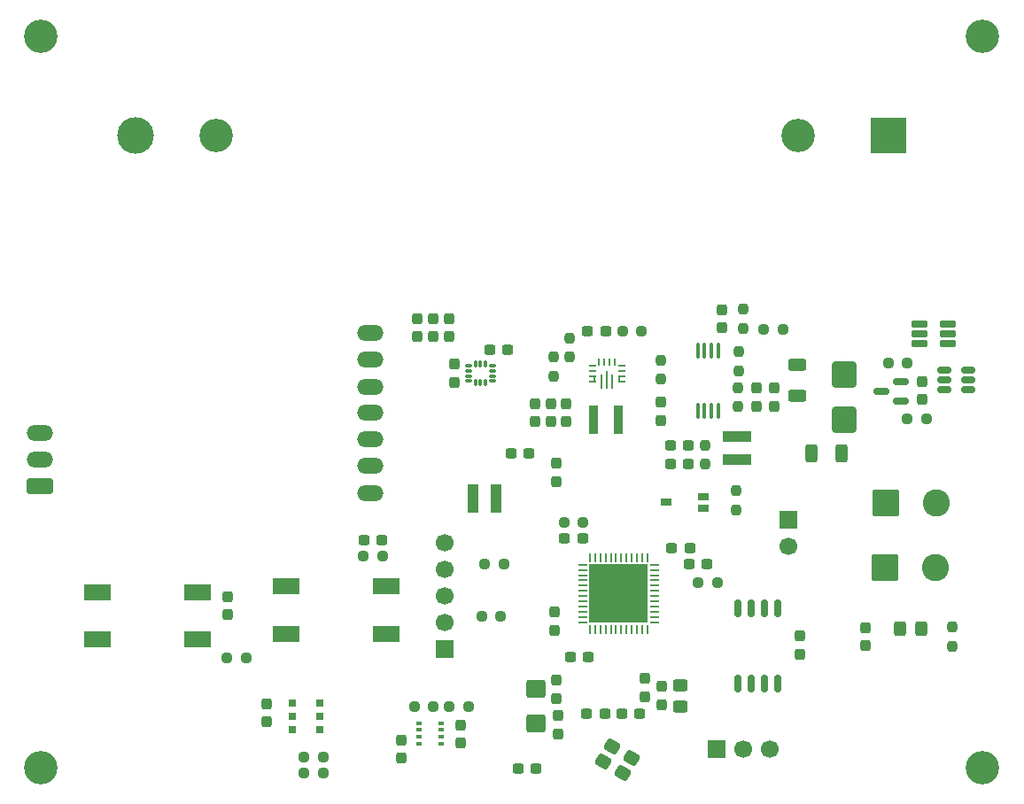
<source format=gbr>
%TF.GenerationSoftware,KiCad,Pcbnew,9.0.2*%
%TF.CreationDate,2025-09-25T15:04:07+05:00*%
%TF.ProjectId,Diplom,4469706c-6f6d-42e6-9b69-6361645f7063,rev?*%
%TF.SameCoordinates,Original*%
%TF.FileFunction,Soldermask,Top*%
%TF.FilePolarity,Negative*%
%FSLAX46Y46*%
G04 Gerber Fmt 4.6, Leading zero omitted, Abs format (unit mm)*
G04 Created by KiCad (PCBNEW 9.0.2) date 2025-09-25 15:04:07*
%MOMM*%
%LPD*%
G01*
G04 APERTURE LIST*
G04 Aperture macros list*
%AMRoundRect*
0 Rectangle with rounded corners*
0 $1 Rounding radius*
0 $2 $3 $4 $5 $6 $7 $8 $9 X,Y pos of 4 corners*
0 Add a 4 corners polygon primitive as box body*
4,1,4,$2,$3,$4,$5,$6,$7,$8,$9,$2,$3,0*
0 Add four circle primitives for the rounded corners*
1,1,$1+$1,$2,$3*
1,1,$1+$1,$4,$5*
1,1,$1+$1,$6,$7*
1,1,$1+$1,$8,$9*
0 Add four rect primitives between the rounded corners*
20,1,$1+$1,$2,$3,$4,$5,0*
20,1,$1+$1,$4,$5,$6,$7,0*
20,1,$1+$1,$6,$7,$8,$9,0*
20,1,$1+$1,$8,$9,$2,$3,0*%
%AMOutline5P*
0 Free polygon, 5 corners , with rotation*
0 The origin of the aperture is its center*
0 number of corners: always 5*
0 $1 to $10 corner X, Y*
0 $11 Rotation angle, in degrees counterclockwise*
0 create outline with 5 corners*
4,1,5,$1,$2,$3,$4,$5,$6,$7,$8,$9,$10,$1,$2,$11*%
%AMOutline6P*
0 Free polygon, 6 corners , with rotation*
0 The origin of the aperture is its center*
0 number of corners: always 6*
0 $1 to $12 corner X, Y*
0 $13 Rotation angle, in degrees counterclockwise*
0 create outline with 6 corners*
4,1,6,$1,$2,$3,$4,$5,$6,$7,$8,$9,$10,$11,$12,$1,$2,$13*%
%AMOutline7P*
0 Free polygon, 7 corners , with rotation*
0 The origin of the aperture is its center*
0 number of corners: always 7*
0 $1 to $14 corner X, Y*
0 $15 Rotation angle, in degrees counterclockwise*
0 create outline with 7 corners*
4,1,7,$1,$2,$3,$4,$5,$6,$7,$8,$9,$10,$11,$12,$13,$14,$1,$2,$15*%
%AMOutline8P*
0 Free polygon, 8 corners , with rotation*
0 The origin of the aperture is its center*
0 number of corners: always 8*
0 $1 to $16 corner X, Y*
0 $17 Rotation angle, in degrees counterclockwise*
0 create outline with 8 corners*
4,1,8,$1,$2,$3,$4,$5,$6,$7,$8,$9,$10,$11,$12,$13,$14,$15,$16,$1,$2,$17*%
G04 Aperture macros list end*
%ADD10RoundRect,0.237500X-0.237500X0.300000X-0.237500X-0.300000X0.237500X-0.300000X0.237500X0.300000X0*%
%ADD11RoundRect,0.250000X0.312500X0.625000X-0.312500X0.625000X-0.312500X-0.625000X0.312500X-0.625000X0*%
%ADD12RoundRect,0.237500X0.237500X-0.300000X0.237500X0.300000X-0.237500X0.300000X-0.237500X-0.300000X0*%
%ADD13R,1.700000X1.700000*%
%ADD14C,1.700000*%
%ADD15RoundRect,0.237500X0.300000X0.237500X-0.300000X0.237500X-0.300000X-0.237500X0.300000X-0.237500X0*%
%ADD16RoundRect,0.237500X0.237500X-0.250000X0.237500X0.250000X-0.237500X0.250000X-0.237500X-0.250000X0*%
%ADD17RoundRect,0.237500X-0.300000X-0.237500X0.300000X-0.237500X0.300000X0.237500X-0.300000X0.237500X0*%
%ADD18RoundRect,0.237500X-0.250000X-0.237500X0.250000X-0.237500X0.250000X0.237500X-0.250000X0.237500X0*%
%ADD19C,3.200000*%
%ADD20RoundRect,0.237500X-0.237500X0.250000X-0.237500X-0.250000X0.237500X-0.250000X0.237500X0.250000X0*%
%ADD21RoundRect,0.250000X0.625000X-0.312500X0.625000X0.312500X-0.625000X0.312500X-0.625000X-0.312500X0*%
%ADD22RoundRect,0.162500X0.162500X-0.650000X0.162500X0.650000X-0.162500X0.650000X-0.162500X-0.650000X0*%
%ADD23R,2.500000X1.500000*%
%ADD24R,2.700000X1.000000*%
%ADD25RoundRect,0.237500X0.250000X0.237500X-0.250000X0.237500X-0.250000X-0.237500X0.250000X-0.237500X0*%
%ADD26RoundRect,0.250000X-0.450000X0.325000X-0.450000X-0.325000X0.450000X-0.325000X0.450000X0.325000X0*%
%ADD27RoundRect,0.162500X-0.617500X-0.162500X0.617500X-0.162500X0.617500X0.162500X-0.617500X0.162500X0*%
%ADD28RoundRect,0.250000X-1.050000X-1.050000X1.050000X-1.050000X1.050000X1.050000X-1.050000X1.050000X0*%
%ADD29C,2.600000*%
%ADD30O,2.540000X1.500000*%
%ADD31RoundRect,0.250000X1.020000X0.500000X-1.020000X0.500000X-1.020000X-0.500000X1.020000X-0.500000X0*%
%ADD32RoundRect,0.087500X0.225000X0.087500X-0.225000X0.087500X-0.225000X-0.087500X0.225000X-0.087500X0*%
%ADD33RoundRect,0.087500X0.087500X0.225000X-0.087500X0.225000X-0.087500X-0.225000X0.087500X-0.225000X0*%
%ADD34R,3.500000X3.500000*%
%ADD35C,3.500000*%
%ADD36R,0.500000X0.350000*%
%ADD37RoundRect,0.250000X-0.650000X0.625000X-0.650000X-0.625000X0.650000X-0.625000X0.650000X0.625000X0*%
%ADD38RoundRect,0.062500X0.062500X-0.375000X0.062500X0.375000X-0.062500X0.375000X-0.062500X-0.375000X0*%
%ADD39RoundRect,0.062500X0.375000X-0.062500X0.375000X0.062500X-0.375000X0.062500X-0.375000X-0.062500X0*%
%ADD40R,5.600000X5.600000*%
%ADD41RoundRect,0.250000X-0.900000X1.000000X-0.900000X-1.000000X0.900000X-1.000000X0.900000X1.000000X0*%
%ADD42Outline6P,-0.125000X0.300000X0.125000X0.300000X0.125000X-0.237500X0.062500X-0.300000X-0.062500X-0.300000X-0.125000X-0.237500X0.000000*%
%ADD43RoundRect,0.062500X-0.062500X-0.237500X0.062500X-0.237500X0.062500X0.237500X-0.062500X0.237500X0*%
%ADD44RoundRect,0.062500X-0.237500X0.062500X-0.237500X-0.062500X0.237500X-0.062500X0.237500X0.062500X0*%
%ADD45RoundRect,0.056250X-0.056250X-0.318750X0.056250X-0.318750X0.056250X0.318750X-0.056250X0.318750X0*%
%ADD46RoundRect,0.062500X-0.062500X-0.612500X0.062500X-0.612500X0.062500X0.612500X-0.062500X0.612500X0*%
%ADD47RoundRect,0.062500X-0.062500X-0.787500X0.062500X-0.787500X0.062500X0.787500X-0.062500X0.787500X0*%
%ADD48RoundRect,0.050000X-0.250000X0.075000X-0.250000X-0.075000X0.250000X-0.075000X0.250000X0.075000X0*%
%ADD49R,1.100000X0.800000*%
%ADD50R,0.800000X0.800000*%
%ADD51RoundRect,0.150000X0.512500X0.150000X-0.512500X0.150000X-0.512500X-0.150000X0.512500X-0.150000X0*%
%ADD52RoundRect,0.250000X0.325000X0.450000X-0.325000X0.450000X-0.325000X-0.450000X0.325000X-0.450000X0*%
%ADD53R,0.850000X2.800000*%
%ADD54RoundRect,0.100000X0.100000X-0.637500X0.100000X0.637500X-0.100000X0.637500X-0.100000X-0.637500X0*%
%ADD55R,1.000000X2.700000*%
%ADD56RoundRect,0.250000X0.564711X0.078109X-0.214711X0.528109X-0.564711X-0.078109X0.214711X-0.528109X0*%
%ADD57RoundRect,0.150000X0.587500X0.150000X-0.587500X0.150000X-0.587500X-0.150000X0.587500X-0.150000X0*%
G04 APERTURE END LIST*
D10*
%TO.C,C30*%
X114190000Y-66027499D03*
X114190000Y-67752501D03*
%TD*%
D11*
%TO.C,R25*%
X131512500Y-70930000D03*
X128587500Y-70930000D03*
%TD*%
D12*
%TO.C,C17*%
X89416400Y-100021300D03*
X89416400Y-98296298D03*
%TD*%
D13*
%TO.C,J2*%
X93600000Y-89579999D03*
D14*
X93600000Y-87039999D03*
X93600000Y-84500000D03*
X93600000Y-81959999D03*
X93600000Y-79419999D03*
%TD*%
D12*
%TO.C,C18*%
X95126400Y-98601301D03*
X95126400Y-96876299D03*
%TD*%
D15*
%TO.C,C21*%
X116868752Y-70111250D03*
X115143750Y-70111250D03*
%TD*%
D16*
%TO.C,R14*%
X121706250Y-63023750D03*
X121706250Y-61198750D03*
%TD*%
D10*
%TO.C,C22*%
X76564000Y-94831899D03*
X76564000Y-96556901D03*
%TD*%
D16*
%TO.C,R10*%
X121455000Y-76312500D03*
X121455000Y-74487500D03*
%TD*%
D10*
%TO.C,C6*%
X104385250Y-95987078D03*
X104385250Y-97712080D03*
%TD*%
D17*
%TO.C,C4*%
X100607499Y-101050000D03*
X102332501Y-101050000D03*
%TD*%
D18*
%TO.C,R16*%
X124093752Y-59011249D03*
X125918752Y-59011249D03*
%TD*%
D19*
%TO.C,REF\u002A\u002A*%
X55000000Y-101000000D03*
%TD*%
D10*
%TO.C,C14*%
X127488650Y-88381499D03*
X127488650Y-90106501D03*
%TD*%
D20*
%TO.C,R6*%
X142119999Y-87538749D03*
X142119999Y-89363749D03*
%TD*%
D21*
%TO.C,R15*%
X127306250Y-65373750D03*
X127306250Y-62448750D03*
%TD*%
D22*
%TO.C,U3*%
X121583650Y-92901500D03*
X122853650Y-92901500D03*
X124123650Y-92901500D03*
X125393650Y-92901500D03*
X125393650Y-85726500D03*
X124123650Y-85726500D03*
X122853650Y-85726500D03*
X121583650Y-85726500D03*
%TD*%
D20*
%TO.C,R17*%
X122106252Y-57098750D03*
X122106252Y-58923750D03*
%TD*%
D23*
%TO.C,SW2*%
X87950000Y-83640000D03*
X78450000Y-83640000D03*
X87950000Y-88140000D03*
X78450000Y-88140000D03*
%TD*%
D10*
%TO.C,C10*%
X114340000Y-93197499D03*
X114340000Y-94922501D03*
%TD*%
D24*
%TO.C,L2*%
X121506252Y-71511249D03*
X121506252Y-69311251D03*
%TD*%
D18*
%TO.C,R11*%
X90677500Y-95150000D03*
X92502500Y-95150000D03*
%TD*%
D25*
%TO.C,R18*%
X139632499Y-67620001D03*
X137807499Y-67620001D03*
%TD*%
D10*
%TO.C,C16*%
X104230000Y-71864998D03*
X104230000Y-73590000D03*
%TD*%
D25*
%TO.C,R1*%
X74575000Y-90500000D03*
X72750000Y-90500000D03*
%TD*%
D26*
%TO.C,L4*%
X116130000Y-93055001D03*
X116130000Y-95104999D03*
%TD*%
D19*
%TO.C,REF\u002A\u002A*%
X145000000Y-101000000D03*
%TD*%
D27*
%TO.C,D4*%
X138930000Y-58540000D03*
X138930000Y-59490000D03*
X138930000Y-60440000D03*
X141630000Y-60440000D03*
X141630000Y-59490000D03*
X141630000Y-58540000D03*
%TD*%
D12*
%TO.C,C36*%
X94500000Y-64112500D03*
X94500000Y-62387500D03*
%TD*%
D28*
%TO.C,SC1*%
X135760000Y-75650000D03*
D29*
X140560001Y-75650000D03*
%TD*%
D30*
%TO.C,IC1*%
X86419999Y-74680000D03*
X86420000Y-72120000D03*
X86420000Y-69580000D03*
X86419999Y-67020000D03*
X86420000Y-64520000D03*
X86420000Y-61960000D03*
X86420000Y-59380000D03*
X54920000Y-68920000D03*
X54920000Y-71480000D03*
D31*
X54920000Y-74060000D03*
%TD*%
D12*
%TO.C,C32*%
X103690000Y-67890002D03*
X103690000Y-66165000D03*
%TD*%
%TO.C,C25*%
X90976000Y-59725002D03*
X90976000Y-58000000D03*
%TD*%
D32*
%TO.C,D6*%
X98162500Y-64000000D03*
X98162500Y-63500000D03*
X98162500Y-63000000D03*
X98162500Y-62500000D03*
D33*
X97500000Y-62337500D03*
X97000000Y-62337500D03*
X96500000Y-62337500D03*
D32*
X95837500Y-62500000D03*
X95837500Y-63000000D03*
X95837500Y-63500000D03*
X95837500Y-64000000D03*
D33*
X96500000Y-64162500D03*
X97000000Y-64162500D03*
X97500000Y-64162500D03*
%TD*%
D12*
%TO.C,C19*%
X120106251Y-58873751D03*
X120106251Y-57148749D03*
%TD*%
D19*
%TO.C,BT1*%
X127355000Y-40500000D03*
X71745000Y-40500000D03*
D34*
X136000000Y-40500000D03*
D35*
X64000000Y-40500000D03*
%TD*%
D20*
%TO.C,R23*%
X105490000Y-59877500D03*
X105490000Y-61702500D03*
%TD*%
D15*
%TO.C,C20*%
X116868753Y-71911250D03*
X115143751Y-71911250D03*
%TD*%
D23*
%TO.C,SW1*%
X60410000Y-88710000D03*
X69910000Y-88710000D03*
X60410000Y-84210000D03*
X69910000Y-84210000D03*
%TD*%
D19*
%TO.C,REF\u002A\u002A*%
X55000000Y-31000000D03*
%TD*%
D25*
%TO.C,R21*%
X112402500Y-59190000D03*
X110577500Y-59190000D03*
%TD*%
D17*
%TO.C,C12*%
X116909349Y-81492600D03*
X118634351Y-81492600D03*
%TD*%
D19*
%TO.C,REF\u002A\u002A*%
X145000000Y-31000000D03*
%TD*%
D18*
%TO.C,R3*%
X117799150Y-83245200D03*
X119624150Y-83245200D03*
%TD*%
D36*
%TO.C,U2*%
X91155000Y-98645001D03*
X91155000Y-97995000D03*
X91155000Y-97345000D03*
X91155000Y-96694999D03*
X93205000Y-96694999D03*
X93205000Y-97345000D03*
X93205000Y-97995000D03*
X93205000Y-98645001D03*
%TD*%
D10*
%TO.C,C35*%
X133829999Y-87558748D03*
X133829999Y-89283750D03*
%TD*%
D18*
%TO.C,R8*%
X80112499Y-101440000D03*
X81937499Y-101440000D03*
%TD*%
D12*
%TO.C,C24*%
X92500000Y-59725002D03*
X92500000Y-58000000D03*
%TD*%
%TO.C,C5*%
X104265251Y-94332080D03*
X104265251Y-92607078D03*
%TD*%
D37*
%TO.C,Y4*%
X102265251Y-93444578D03*
X102265251Y-96694580D03*
%TD*%
D38*
%TO.C,U6*%
X107450000Y-87737500D03*
X107950000Y-87737500D03*
X108450001Y-87737500D03*
X108950000Y-87737500D03*
X109449999Y-87737500D03*
X109950000Y-87737500D03*
X110450000Y-87737500D03*
X110950001Y-87737500D03*
X111450000Y-87737500D03*
X111949999Y-87737500D03*
X112450000Y-87737500D03*
X112950000Y-87737500D03*
D39*
X113637500Y-87050000D03*
X113637500Y-86550000D03*
X113637500Y-86049999D03*
X113637500Y-85550000D03*
X113637500Y-85050001D03*
X113637500Y-84550000D03*
X113637500Y-84050000D03*
X113637500Y-83549999D03*
X113637500Y-83050000D03*
X113637500Y-82550001D03*
X113637500Y-82050000D03*
X113637500Y-81550000D03*
D38*
X112950000Y-80862500D03*
X112450000Y-80862500D03*
X111949999Y-80862500D03*
X111450000Y-80862500D03*
X110950001Y-80862500D03*
X110450000Y-80862500D03*
X109950000Y-80862500D03*
X109449999Y-80862500D03*
X108950000Y-80862500D03*
X108450001Y-80862500D03*
X107950000Y-80862500D03*
X107450000Y-80862500D03*
D39*
X106762500Y-81550000D03*
X106762500Y-82050000D03*
X106762500Y-82550001D03*
X106762500Y-83050000D03*
X106762500Y-83549999D03*
X106762500Y-84050000D03*
X106762500Y-84550000D03*
X106762500Y-85050001D03*
X106762500Y-85550000D03*
X106762500Y-86049999D03*
X106762500Y-86550000D03*
X106762500Y-87050000D03*
D40*
X110200000Y-84300000D03*
%TD*%
D28*
%TO.C,Y5*%
X135690000Y-81790000D03*
D29*
X140490001Y-81790000D03*
%TD*%
D10*
%TO.C,C27*%
X123406251Y-64648747D03*
X123406251Y-66373749D03*
%TD*%
D25*
%TO.C,R2*%
X87612500Y-80700000D03*
X85787500Y-80700000D03*
%TD*%
D16*
%TO.C,R20*%
X114190000Y-63802500D03*
X114190000Y-61977500D03*
%TD*%
D17*
%TO.C,C34*%
X85837499Y-79200000D03*
X87562501Y-79200000D03*
%TD*%
D15*
%TO.C,C15*%
X101650000Y-70930000D03*
X99924998Y-70930000D03*
%TD*%
D17*
%TO.C,C2*%
X110490000Y-95787500D03*
X112215002Y-95787500D03*
%TD*%
D13*
%TO.C,J3*%
X126410000Y-77235000D03*
D14*
X126410000Y-79775000D03*
%TD*%
D41*
%TO.C,D3*%
X131770000Y-63349998D03*
X131770000Y-67650000D03*
%TD*%
D25*
%TO.C,R4*%
X99212500Y-81500000D03*
X97387500Y-81500000D03*
%TD*%
D15*
%TO.C,C3*%
X108875003Y-95767500D03*
X107150001Y-95767500D03*
%TD*%
D17*
%TO.C,C7*%
X115287499Y-79962500D03*
X117012501Y-79962500D03*
%TD*%
D42*
%TO.C,D5*%
X109840000Y-62140000D03*
D43*
X109340000Y-62140000D03*
X108840000Y-62140000D03*
X108340000Y-62140000D03*
D44*
X107690000Y-62540000D03*
X107690000Y-63040000D03*
X107690000Y-63540000D03*
D45*
X107877500Y-63790000D03*
D44*
X107690000Y-64040000D03*
D46*
X108590000Y-64070000D03*
D47*
X109090000Y-63890000D03*
D46*
X109590000Y-64070000D03*
D45*
X110265000Y-63790000D03*
D44*
X110490000Y-64040000D03*
X110490000Y-63540000D03*
X110490000Y-63040000D03*
D48*
X110490000Y-62540000D03*
%TD*%
D18*
%TO.C,R9*%
X80112500Y-99940000D03*
X81937500Y-99940000D03*
%TD*%
D10*
%TO.C,C28*%
X139180000Y-64027500D03*
X139180000Y-65752502D03*
%TD*%
%TO.C,C11*%
X112700000Y-92447499D03*
X112700000Y-94172501D03*
%TD*%
D18*
%TO.C,R19*%
X135967500Y-62290000D03*
X137792500Y-62290000D03*
%TD*%
D17*
%TO.C,C29*%
X107227499Y-59190000D03*
X108952501Y-59190000D03*
%TD*%
D15*
%TO.C,C37*%
X99612500Y-61000000D03*
X97887500Y-61000000D03*
%TD*%
D25*
%TO.C,R5*%
X106812500Y-77500000D03*
X104987500Y-77500000D03*
%TD*%
D12*
%TO.C,C23*%
X94024000Y-59725002D03*
X94024000Y-58000000D03*
%TD*%
D25*
%TO.C,R12*%
X95842500Y-95150000D03*
X94017500Y-95150000D03*
%TD*%
D49*
%TO.C,D1*%
X118330000Y-76150000D03*
X118330000Y-75050000D03*
X114780000Y-75600000D03*
%TD*%
D50*
%TO.C,D2*%
X81670000Y-97310000D03*
X81670000Y-96040000D03*
X81670000Y-94770000D03*
X78970000Y-94770000D03*
X78970000Y-96040000D03*
X78970000Y-97310000D03*
%TD*%
D15*
%TO.C,C8*%
X106762501Y-79000000D03*
X105037499Y-79000000D03*
%TD*%
D51*
%TO.C,U5*%
X143617500Y-64839999D03*
X143617500Y-63890000D03*
X143617500Y-62940001D03*
X141342500Y-62940001D03*
X141342500Y-63890000D03*
X141342500Y-64839999D03*
%TD*%
D52*
%TO.C,L6*%
X139134547Y-87681772D03*
X137084549Y-87681772D03*
%TD*%
D16*
%TO.C,R7*%
X118506251Y-71923749D03*
X118506251Y-70098749D03*
%TD*%
%TO.C,R22*%
X103990000Y-63502500D03*
X103990000Y-61677500D03*
%TD*%
D53*
%TO.C,L3*%
X110164999Y-67690000D03*
X107815001Y-67690000D03*
%TD*%
D13*
%TO.C,J1*%
X119560001Y-99200000D03*
D14*
X122100001Y-99200000D03*
X124640000Y-99200000D03*
%TD*%
D15*
%TO.C,C13*%
X107312501Y-90337500D03*
X105587499Y-90337500D03*
%TD*%
D12*
%TO.C,C1*%
X72840000Y-86342501D03*
X72840000Y-84617499D03*
%TD*%
%TO.C,C33*%
X105200000Y-67890001D03*
X105200000Y-66164999D03*
%TD*%
D20*
%TO.C,R13*%
X121606252Y-64598749D03*
X121606252Y-66423749D03*
%TD*%
D12*
%TO.C,C9*%
X104040000Y-87825001D03*
X104040000Y-86099999D03*
%TD*%
D54*
%TO.C,U4*%
X117756252Y-66811250D03*
X118406252Y-66811250D03*
X119056252Y-66811250D03*
X119706252Y-66811250D03*
X119706252Y-61086250D03*
X119056252Y-61086250D03*
X118406252Y-61086250D03*
X117756252Y-61086250D03*
%TD*%
D25*
%TO.C,R24*%
X98912500Y-86500000D03*
X97087500Y-86500000D03*
%TD*%
D55*
%TO.C,L1*%
X96280002Y-75180000D03*
X98480000Y-75180000D03*
%TD*%
D10*
%TO.C,C26*%
X125106250Y-64648749D03*
X125106250Y-66373751D03*
%TD*%
D56*
%TO.C,Y3*%
X111477628Y-100013878D03*
X109572372Y-98913879D03*
X108722372Y-100386122D03*
X110627628Y-101486121D03*
%TD*%
D12*
%TO.C,C31*%
X102189999Y-67890001D03*
X102189999Y-66164999D03*
%TD*%
D57*
%TO.C,Q1*%
X137217500Y-65940001D03*
X137217500Y-64040001D03*
X135342499Y-64990001D03*
%TD*%
M02*

</source>
